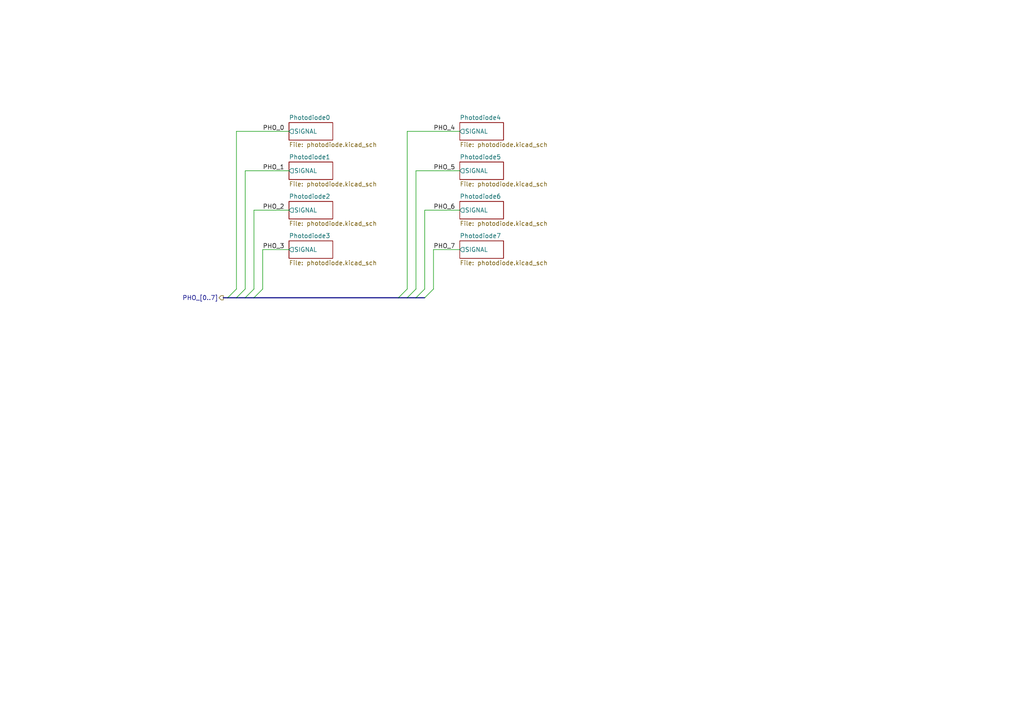
<source format=kicad_sch>
(kicad_sch
	(version 20250114)
	(generator "eeschema")
	(generator_version "9.0")
	(uuid "7e980d75-fb04-4418-bae9-19bf5b980b35")
	(paper "A4")
	(title_block
		(title "uMule_board")
		(date "2025-12-14")
		(rev "1.0")
		(comment 1 "Original author: Oliwier Woźniak")
	)
	(lib_symbols)
	(bus_entry
		(at 120.65 86.36)
		(size 2.54 -2.54)
		(stroke
			(width 0)
			(type default)
		)
		(uuid "0cea2a22-635b-43e6-ac17-806ca9d78d25")
	)
	(bus_entry
		(at 73.66 86.36)
		(size 2.54 -2.54)
		(stroke
			(width 0)
			(type default)
		)
		(uuid "4c523ab7-caa4-441a-8c2b-f015132fe02e")
	)
	(bus_entry
		(at 68.58 86.36)
		(size 2.54 -2.54)
		(stroke
			(width 0)
			(type default)
		)
		(uuid "519bd31c-0f5b-4042-93b3-1b10315fe8dd")
	)
	(bus_entry
		(at 71.12 86.36)
		(size 2.54 -2.54)
		(stroke
			(width 0)
			(type default)
		)
		(uuid "5abe5ca7-0f1e-40f0-b49d-76b928743c82")
	)
	(bus_entry
		(at 66.04 86.36)
		(size 2.54 -2.54)
		(stroke
			(width 0)
			(type default)
		)
		(uuid "6f1a7034-0db2-4a7b-a4da-f7658c3b9327")
	)
	(bus_entry
		(at 115.57 86.36)
		(size 2.54 -2.54)
		(stroke
			(width 0)
			(type default)
		)
		(uuid "8426e933-d3fa-4e5c-a5d3-79581ba0c651")
	)
	(bus_entry
		(at 123.19 86.36)
		(size 2.54 -2.54)
		(stroke
			(width 0)
			(type default)
		)
		(uuid "937abb9a-0f6f-4bf6-aaa6-ac7405b45b6e")
	)
	(bus_entry
		(at 118.11 86.36)
		(size 2.54 -2.54)
		(stroke
			(width 0)
			(type default)
		)
		(uuid "9ef7ec32-da77-437e-b4ae-abe443296808")
	)
	(wire
		(pts
			(xy 68.58 83.82) (xy 68.58 38.1)
		)
		(stroke
			(width 0)
			(type default)
		)
		(uuid "130819ca-f664-46de-89f6-95d87005d184")
	)
	(bus
		(pts
			(xy 115.57 86.36) (xy 118.11 86.36)
		)
		(stroke
			(width 0)
			(type default)
		)
		(uuid "1fda21d3-4fb5-402e-9cc3-b431cdbc27dd")
	)
	(wire
		(pts
			(xy 83.82 72.39) (xy 76.2 72.39)
		)
		(stroke
			(width 0)
			(type default)
		)
		(uuid "28746973-9578-49bd-ae3e-7637b354a427")
	)
	(wire
		(pts
			(xy 123.19 60.96) (xy 133.35 60.96)
		)
		(stroke
			(width 0)
			(type default)
		)
		(uuid "28e6f19d-4758-41f0-b664-0dd33894dcf6")
	)
	(bus
		(pts
			(xy 66.04 86.36) (xy 68.58 86.36)
		)
		(stroke
			(width 0)
			(type default)
		)
		(uuid "2f330dbd-da1c-4f47-bcd1-8bf5de7714d7")
	)
	(wire
		(pts
			(xy 133.35 72.39) (xy 125.73 72.39)
		)
		(stroke
			(width 0)
			(type default)
		)
		(uuid "3bba1adb-f720-4782-b5a1-55fe186b317d")
	)
	(bus
		(pts
			(xy 68.58 86.36) (xy 71.12 86.36)
		)
		(stroke
			(width 0)
			(type default)
		)
		(uuid "3ef4ac6c-c2bd-4761-a118-277210a2929e")
	)
	(wire
		(pts
			(xy 71.12 49.53) (xy 83.82 49.53)
		)
		(stroke
			(width 0)
			(type default)
		)
		(uuid "4843f69b-4158-4e03-b17a-d617bffb6c92")
	)
	(bus
		(pts
			(xy 120.65 86.36) (xy 123.19 86.36)
		)
		(stroke
			(width 0)
			(type default)
		)
		(uuid "4f55ee9d-2c79-4149-b774-dc3d64898923")
	)
	(wire
		(pts
			(xy 125.73 72.39) (xy 125.73 83.82)
		)
		(stroke
			(width 0)
			(type default)
		)
		(uuid "61e2854f-e001-4a29-bdd2-b953deecb351")
	)
	(bus
		(pts
			(xy 71.12 86.36) (xy 73.66 86.36)
		)
		(stroke
			(width 0)
			(type default)
		)
		(uuid "624a1401-29ba-45b5-a6ea-cf82f8ca39cc")
	)
	(wire
		(pts
			(xy 73.66 60.96) (xy 83.82 60.96)
		)
		(stroke
			(width 0)
			(type default)
		)
		(uuid "704d0e4c-a9c0-4ead-9ad1-0562a47374b9")
	)
	(wire
		(pts
			(xy 118.11 83.82) (xy 118.11 38.1)
		)
		(stroke
			(width 0)
			(type default)
		)
		(uuid "95c7cc54-4fe6-48c2-b550-d83f2ce296fe")
	)
	(wire
		(pts
			(xy 118.11 38.1) (xy 133.35 38.1)
		)
		(stroke
			(width 0)
			(type default)
		)
		(uuid "9a7cf1b6-085e-4035-b944-0fd357ea90f6")
	)
	(wire
		(pts
			(xy 68.58 38.1) (xy 83.82 38.1)
		)
		(stroke
			(width 0)
			(type default)
		)
		(uuid "a7134d02-ca73-46fa-b2f5-e06e34fd80f6")
	)
	(bus
		(pts
			(xy 73.66 86.36) (xy 115.57 86.36)
		)
		(stroke
			(width 0)
			(type default)
		)
		(uuid "b0cf651a-5766-471f-8408-7b75a4b329d4")
	)
	(bus
		(pts
			(xy 64.77 86.36) (xy 66.04 86.36)
		)
		(stroke
			(width 0)
			(type default)
		)
		(uuid "b3bf74a4-a5c8-448d-bbcc-282c5567b075")
	)
	(wire
		(pts
			(xy 73.66 60.96) (xy 73.66 83.82)
		)
		(stroke
			(width 0)
			(type default)
		)
		(uuid "bf329866-0d84-4256-90c8-059c4ede5758")
	)
	(wire
		(pts
			(xy 120.65 83.82) (xy 120.65 49.53)
		)
		(stroke
			(width 0)
			(type default)
		)
		(uuid "c0e984a1-cb42-4750-9ce0-38232885c33b")
	)
	(wire
		(pts
			(xy 76.2 72.39) (xy 76.2 83.82)
		)
		(stroke
			(width 0)
			(type default)
		)
		(uuid "ce373c60-ebbe-4856-8a5a-80f739feed91")
	)
	(wire
		(pts
			(xy 71.12 49.53) (xy 71.12 83.82)
		)
		(stroke
			(width 0)
			(type default)
		)
		(uuid "dd1b8c3a-c3f7-4230-aaf9-e02d1c66c119")
	)
	(bus
		(pts
			(xy 118.11 86.36) (xy 120.65 86.36)
		)
		(stroke
			(width 0)
			(type default)
		)
		(uuid "e87b384e-51e3-4076-ac48-47262e1c6b0a")
	)
	(wire
		(pts
			(xy 120.65 49.53) (xy 133.35 49.53)
		)
		(stroke
			(width 0)
			(type default)
		)
		(uuid "ef92cb7d-b386-4a15-b815-abe151787745")
	)
	(wire
		(pts
			(xy 123.19 83.82) (xy 123.19 60.96)
		)
		(stroke
			(width 0)
			(type default)
		)
		(uuid "f7b99af6-468d-47c9-9c4f-d1a5932a857d")
	)
	(label "PHO_1"
		(at 76.2 49.53 0)
		(effects
			(font
				(size 1.27 1.27)
			)
			(justify left bottom)
		)
		(uuid "0b9e2a1a-96ee-48a7-9ffc-df64db491b27")
	)
	(label "PHO_0"
		(at 76.2 38.1 0)
		(effects
			(font
				(size 1.27 1.27)
			)
			(justify left bottom)
		)
		(uuid "17d2aac2-3f0e-4475-b555-8aa8251e0194")
	)
	(label "PHO_7"
		(at 125.73 72.39 0)
		(effects
			(font
				(size 1.27 1.27)
			)
			(justify left bottom)
		)
		(uuid "3b1f470c-10fb-4664-9641-a898ea1ce425")
	)
	(label "PHO_3"
		(at 76.2 72.39 0)
		(effects
			(font
				(size 1.27 1.27)
			)
			(justify left bottom)
		)
		(uuid "69bd9431-ab51-4536-ac8d-ffc94e1de1c0")
	)
	(label "PHO_5"
		(at 125.73 49.53 0)
		(effects
			(font
				(size 1.27 1.27)
			)
			(justify left bottom)
		)
		(uuid "6a415a70-c3e3-42d4-86c7-599792669994")
	)
	(label "PHO_6"
		(at 125.73 60.96 0)
		(effects
			(font
				(size 1.27 1.27)
			)
			(justify left bottom)
		)
		(uuid "b7845a17-ff1c-42f4-ac53-941ab3104083")
	)
	(label "PHO_4"
		(at 125.73 38.1 0)
		(effects
			(font
				(size 1.27 1.27)
			)
			(justify left bottom)
		)
		(uuid "cab157ce-d20e-4b5a-9bfd-49fd91a1a255")
	)
	(label "PHO_2"
		(at 76.2 60.96 0)
		(effects
			(font
				(size 1.27 1.27)
			)
			(justify left bottom)
		)
		(uuid "d46029e4-1972-42b0-bd88-212c71df2cea")
	)
	(hierarchical_label "PHO_[0..7]"
		(shape output)
		(at 64.77 86.36 180)
		(effects
			(font
				(size 1.27 1.27)
			)
			(justify right)
		)
		(uuid "6b5e2d18-be5f-4da5-9e2f-629d21395d69")
	)
	(sheet
		(at 83.82 58.42)
		(size 12.7 5.08)
		(exclude_from_sim no)
		(in_bom yes)
		(on_board yes)
		(dnp no)
		(fields_autoplaced yes)
		(stroke
			(width 0.1524)
			(type solid)
		)
		(fill
			(color 0 0 0 0.0000)
		)
		(uuid "183bc9f8-d8c0-49e1-864d-8ec09bfdca1c")
		(property "Sheetname" "Photodiode2"
			(at 83.82 57.7084 0)
			(effects
				(font
					(size 1.27 1.27)
				)
				(justify left bottom)
			)
		)
		(property "Sheetfile" "photodiode.kicad_sch"
			(at 83.82 64.0846 0)
			(effects
				(font
					(size 1.27 1.27)
				)
				(justify left top)
			)
		)
		(pin "SIGNAL" output
			(at 83.82 60.96 180)
			(uuid "943d61db-7a2e-4987-9e05-cce23b5e521b")
			(effects
				(font
					(size 1.27 1.27)
				)
				(justify left)
			)
		)
		(instances
			(project "uMule_board"
				(path "/3d853824-a92e-40a5-ad1a-5052c8a0bd68/6627633c-9ae5-4253-9ddc-73b5516d7e53"
					(page "6")
				)
			)
		)
	)
	(sheet
		(at 133.35 69.85)
		(size 12.7 5.08)
		(exclude_from_sim no)
		(in_bom yes)
		(on_board yes)
		(dnp no)
		(fields_autoplaced yes)
		(stroke
			(width 0.1524)
			(type solid)
		)
		(fill
			(color 0 0 0 0.0000)
		)
		(uuid "304bf062-9084-4acd-8653-ce29bb447012")
		(property "Sheetname" "Photodiode7"
			(at 133.35 69.1384 0)
			(effects
				(font
					(size 1.27 1.27)
				)
				(justify left bottom)
			)
		)
		(property "Sheetfile" "photodiode.kicad_sch"
			(at 133.35 75.5146 0)
			(effects
				(font
					(size 1.27 1.27)
				)
				(justify left top)
			)
		)
		(pin "SIGNAL" output
			(at 133.35 72.39 180)
			(uuid "cf62caa8-ffc8-4519-8f34-c34cc807e694")
			(effects
				(font
					(size 1.27 1.27)
				)
				(justify left)
			)
		)
		(instances
			(project "uMule_board"
				(path "/3d853824-a92e-40a5-ad1a-5052c8a0bd68/6627633c-9ae5-4253-9ddc-73b5516d7e53"
					(page "11")
				)
			)
		)
	)
	(sheet
		(at 133.35 35.56)
		(size 12.7 5.08)
		(exclude_from_sim no)
		(in_bom yes)
		(on_board yes)
		(dnp no)
		(fields_autoplaced yes)
		(stroke
			(width 0.1524)
			(type solid)
		)
		(fill
			(color 0 0 0 0.0000)
		)
		(uuid "8df3c370-4ee6-4ce1-815f-d4dc8190fa99")
		(property "Sheetname" "Photodiode4"
			(at 133.35 34.8484 0)
			(effects
				(font
					(size 1.27 1.27)
				)
				(justify left bottom)
			)
		)
		(property "Sheetfile" "photodiode.kicad_sch"
			(at 133.35 41.2246 0)
			(effects
				(font
					(size 1.27 1.27)
				)
				(justify left top)
			)
		)
		(pin "SIGNAL" output
			(at 133.35 38.1 180)
			(uuid "01c182c5-5b65-42fb-a31f-e35bb4f33f93")
			(effects
				(font
					(size 1.27 1.27)
				)
				(justify left)
			)
		)
		(instances
			(project "uMule_board"
				(path "/3d853824-a92e-40a5-ad1a-5052c8a0bd68/6627633c-9ae5-4253-9ddc-73b5516d7e53"
					(page "8")
				)
			)
		)
	)
	(sheet
		(at 133.35 58.42)
		(size 12.7 5.08)
		(exclude_from_sim no)
		(in_bom yes)
		(on_board yes)
		(dnp no)
		(fields_autoplaced yes)
		(stroke
			(width 0.1524)
			(type solid)
		)
		(fill
			(color 0 0 0 0.0000)
		)
		(uuid "98fc720a-bcce-4344-a0f1-38bf6368bc8b")
		(property "Sheetname" "Photodiode6"
			(at 133.35 57.7084 0)
			(effects
				(font
					(size 1.27 1.27)
				)
				(justify left bottom)
			)
		)
		(property "Sheetfile" "photodiode.kicad_sch"
			(at 133.35 64.0846 0)
			(effects
				(font
					(size 1.27 1.27)
				)
				(justify left top)
			)
		)
		(pin "SIGNAL" output
			(at 133.35 60.96 180)
			(uuid "253c3a68-2963-4ef1-b7e1-0689b0d60d60")
			(effects
				(font
					(size 1.27 1.27)
				)
				(justify left)
			)
		)
		(instances
			(project "uMule_board"
				(path "/3d853824-a92e-40a5-ad1a-5052c8a0bd68/6627633c-9ae5-4253-9ddc-73b5516d7e53"
					(page "10")
				)
			)
		)
	)
	(sheet
		(at 83.82 46.99)
		(size 12.7 5.08)
		(exclude_from_sim no)
		(in_bom yes)
		(on_board yes)
		(dnp no)
		(fields_autoplaced yes)
		(stroke
			(width 0.1524)
			(type solid)
		)
		(fill
			(color 0 0 0 0.0000)
		)
		(uuid "c42d0f9a-9280-43dd-b1a8-781695e9bfad")
		(property "Sheetname" "Photodiode1"
			(at 83.82 46.2784 0)
			(effects
				(font
					(size 1.27 1.27)
				)
				(justify left bottom)
			)
		)
		(property "Sheetfile" "photodiode.kicad_sch"
			(at 83.82 52.6546 0)
			(effects
				(font
					(size 1.27 1.27)
				)
				(justify left top)
			)
		)
		(pin "SIGNAL" output
			(at 83.82 49.53 180)
			(uuid "c5099140-e512-447f-b664-21c549b23e07")
			(effects
				(font
					(size 1.27 1.27)
				)
				(justify left)
			)
		)
		(instances
			(project "uMule_board"
				(path "/3d853824-a92e-40a5-ad1a-5052c8a0bd68/6627633c-9ae5-4253-9ddc-73b5516d7e53"
					(page "5")
				)
			)
		)
	)
	(sheet
		(at 133.35 46.99)
		(size 12.7 5.08)
		(exclude_from_sim no)
		(in_bom yes)
		(on_board yes)
		(dnp no)
		(fields_autoplaced yes)
		(stroke
			(width 0.1524)
			(type solid)
		)
		(fill
			(color 0 0 0 0.0000)
		)
		(uuid "c963b1c0-3242-4704-b0d7-ea5d0e867a39")
		(property "Sheetname" "Photodiode5"
			(at 133.35 46.2784 0)
			(effects
				(font
					(size 1.27 1.27)
				)
				(justify left bottom)
			)
		)
		(property "Sheetfile" "photodiode.kicad_sch"
			(at 133.35 52.6546 0)
			(effects
				(font
					(size 1.27 1.27)
				)
				(justify left top)
			)
		)
		(pin "SIGNAL" output
			(at 133.35 49.53 180)
			(uuid "bd5e5951-9dfe-46e9-b3a5-1ee38a334889")
			(effects
				(font
					(size 1.27 1.27)
				)
				(justify left)
			)
		)
		(instances
			(project "uMule_board"
				(path "/3d853824-a92e-40a5-ad1a-5052c8a0bd68/6627633c-9ae5-4253-9ddc-73b5516d7e53"
					(page "9")
				)
			)
		)
	)
	(sheet
		(at 83.82 35.56)
		(size 12.7 5.08)
		(exclude_from_sim no)
		(in_bom yes)
		(on_board yes)
		(dnp no)
		(fields_autoplaced yes)
		(stroke
			(width 0.1524)
			(type solid)
		)
		(fill
			(color 0 0 0 0.0000)
		)
		(uuid "fb7ea3bf-e8bc-402d-9bd3-991b43c6fe40")
		(property "Sheetname" "Photodiode0"
			(at 83.82 34.8484 0)
			(effects
				(font
					(size 1.27 1.27)
				)
				(justify left bottom)
			)
		)
		(property "Sheetfile" "photodiode.kicad_sch"
			(at 83.82 41.2246 0)
			(effects
				(font
					(size 1.27 1.27)
				)
				(justify left top)
			)
		)
		(pin "SIGNAL" output
			(at 83.82 38.1 180)
			(uuid "99e1c507-959e-4274-9373-c657bfc6b12b")
			(effects
				(font
					(size 1.27 1.27)
				)
				(justify left)
			)
		)
		(instances
			(project "uMule_board"
				(path "/3d853824-a92e-40a5-ad1a-5052c8a0bd68/6627633c-9ae5-4253-9ddc-73b5516d7e53"
					(page "4")
				)
			)
		)
	)
	(sheet
		(at 83.82 69.85)
		(size 12.7 5.08)
		(exclude_from_sim no)
		(in_bom yes)
		(on_board yes)
		(dnp no)
		(fields_autoplaced yes)
		(stroke
			(width 0.1524)
			(type solid)
		)
		(fill
			(color 0 0 0 0.0000)
		)
		(uuid "ff046bcc-0ecf-4438-b231-ef090549f4b5")
		(property "Sheetname" "Photodiode3"
			(at 83.82 69.1384 0)
			(effects
				(font
					(size 1.27 1.27)
				)
				(justify left bottom)
			)
		)
		(property "Sheetfile" "photodiode.kicad_sch"
			(at 83.82 75.5146 0)
			(effects
				(font
					(size 1.27 1.27)
				)
				(justify left top)
			)
		)
		(pin "SIGNAL" output
			(at 83.82 72.39 180)
			(uuid "f00705ba-d927-44a8-b729-815920cb321e")
			(effects
				(font
					(size 1.27 1.27)
				)
				(justify left)
			)
		)
		(instances
			(project "uMule_board"
				(path "/3d853824-a92e-40a5-ad1a-5052c8a0bd68/6627633c-9ae5-4253-9ddc-73b5516d7e53"
					(page "7")
				)
			)
		)
	)
)

</source>
